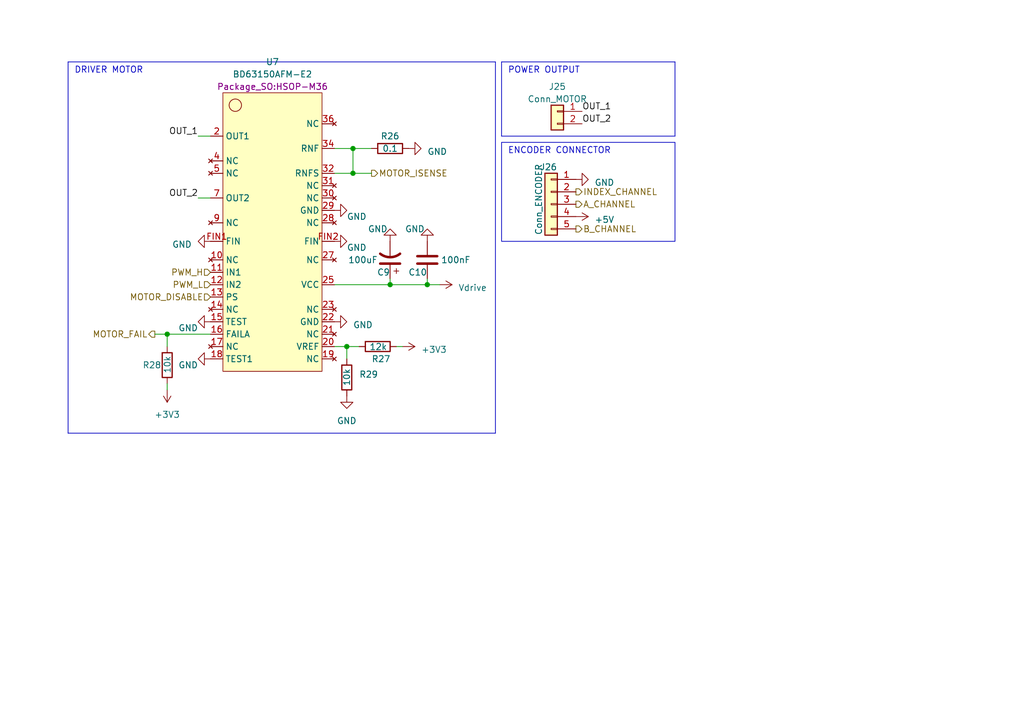
<source format=kicad_sch>
(kicad_sch (version 20221206) (generator eeschema)
  (paper "A5")
  (title_block (title "Motor Driver") (date "2023-01-23") (rev "v1.0"))
  (lib_symbols
    (symbol "Connector_Generic:Conn_01x02" (pin_names (offset 1.016) hide)
      (property "Reference" "J" (at 0 2.54 0))
      (property "Value" "Conn_01x02" (at 0 -5.08 0))
      (symbol "Conn_01x02_1_1"
        (rectangle (start -1.27 -2.413) (end 0 -2.667) (stroke (width 0.1524)))
        (rectangle (start -1.27 0.127) (end 0 -0.127) (stroke (width 0.1524)))
        (rectangle (start -1.27 1.27) (end 1.27 -3.81) (stroke (width 0.254)) (fill (type background)))
        (pin passive line (at -5.08 0 0) (length 3.81) (name "Pin_1") (number "1"))
        (pin passive line (at -5.08 -2.54 0) (length 3.81) (name "Pin_2") (number "2"))
      )
    )
    (symbol "Connector_Generic:Conn_01x05" (pin_names (offset 1.016) hide)
      (property "Reference" "J" (at 0 7.62 0))
      (property "Value" "Conn_01x05" (at 0 -7.62 0))
      (symbol "Conn_01x05_1_1"
        (rectangle (start -1.27 -4.953) (end 0 -5.207) (stroke (width 0.1524)))
        (rectangle (start -1.27 -2.413) (end 0 -2.667) (stroke (width 0.1524)))
        (rectangle (start -1.27 0.127) (end 0 -0.127) (stroke (width 0.1524)))
        (rectangle (start -1.27 2.667) (end 0 2.413) (stroke (width 0.1524)))
        (rectangle (start -1.27 5.207) (end 0 4.953) (stroke (width 0.1524)))
        (rectangle (start -1.27 6.35) (end 1.27 -6.35) (stroke (width 0.254)) (fill (type background)))
        (pin passive line (at -5.08 5.08 0) (length 3.81) (name "Pin_1") (number "1"))
        (pin passive line (at -5.08 2.54 0) (length 3.81) (name "Pin_2") (number "2"))
        (pin passive line (at -5.08 0 0) (length 3.81) (name "Pin_3") (number "3"))
        (pin passive line (at -5.08 -2.54 0) (length 3.81) (name "Pin_4") (number "4"))
        (pin passive line (at -5.08 -5.08 0) (length 3.81) (name "Pin_5") (number "5"))
      )
    )
    (symbol "Device:C" (pin_numbers hide) (pin_names (offset 0.254))
      (property "Reference" "C" (at 0.635 2.54 0))
      (property "Value" "C" (at 0.635 -2.54 0))
      (symbol "C_0_1"
        (polyline (pts (xy -2.032 -0.762) (xy 2.032 -0.762)) (stroke (width 0.508)))
        (polyline (pts (xy -2.032 0.762) (xy 2.032 0.762)) (stroke (width 0.508)))
      )
      (symbol "C_1_1"
        (pin passive line (at 0 3.81 270) (length 2.794) (name "~") (number "1"))
        (pin passive line (at 0 -3.81 90) (length 2.794) (name "~") (number "2"))
      )
    )
    (symbol "Device:C_Polarized_US" (pin_numbers hide) (pin_names (offset 0.254) hide)
      (property "Reference" "C" (at 0.635 2.54 0))
      (property "Value" "C_Polarized_US" (at 0.635 -2.54 0))
      (symbol "C_Polarized_US_0_1"
        (polyline (pts (xy -2.032 0.762) (xy 2.032 0.762)) (stroke (width 0.508)))
        (polyline (pts (xy -1.778 2.286) (xy -0.762 2.286)))
        (polyline (pts (xy -1.27 1.778) (xy -1.27 2.794)))
        (arc (start 2.032 -1.27) (mid 0 -0.5572) (end -2.032 -1.27) (stroke (width 0.508)))
      )
      (symbol "C_Polarized_US_1_1"
        (pin passive line (at 0 3.81 270) (length 2.794) (name "~") (number "1"))
        (pin passive line (at 0 -3.81 90) (length 3.302) (name "~") (number "2"))
      )
    )
    (symbol "Device:R" (pin_numbers hide) (pin_names (offset 0))
      (property "Reference" "R" (at 2.032 0 90))
      (property "Value" "R" (at 0 0 90))
      (symbol "R_0_1"
        (rectangle (start -1.016 -2.54) (end 1.016 2.54) (stroke (width 0.254)))
      )
      (symbol "R_1_1"
        (pin passive line (at 0 3.81 270) (length 1.27) (name "~") (number "1"))
        (pin passive line (at 0 -3.81 90) (length 1.27) (name "~") (number "2"))
      )
    )
    (symbol "Driver_Motor:BD63150AFM-E2"
      (property "Reference" "U" (at 0 0 0))
      (property "Value" "BD63150AFM-E2" (at -2.54 31.75 0))
      (property "Footprint" "Package_SO:HSOP-M36" (at 0 0 0))
      (symbol "BD63150AFM-E2_0_1"
        (rectangle (start -10.16 30.48) (end 10.16 -26.67) (fill (type background)))
        (circle (center -7.62 27.94) (radius 1.27))
      )
      (symbol "BD63150AFM-E2_1_1"
        (pin no_connect line (at -12.7 -3.81 0) (length 2.54) (name "NC") (number "10"))
        (pin input line (at -12.7 -6.35 0) (length 2.54) (name "IN1") (number "11"))
        (pin input line (at -12.7 -8.89 0) (length 2.54) (name "IN2") (number "12"))
        (pin input line (at -12.7 -11.43 0) (length 2.54) (name "PS") (number "13"))
        (pin no_connect line (at -12.7 -13.97 0) (length 2.54) (name "NC") (number "14"))
        (pin input line (at -12.7 -16.51 0) (length 2.54) (name "TEST") (number "15"))
        (pin input line (at -12.7 -19.05 0) (length 2.54) (name "FAILA") (number "16"))
        (pin no_connect line (at -12.7 -21.59 0) (length 2.54) (name "NC") (number "17"))
        (pin input line (at -12.7 -24.13 0) (length 2.54) (name "TEST1") (number "18"))
        (pin no_connect line (at 12.7 -24.13 180) (length 2.54) (name "NC") (number "19"))
        (pin power_out line (at -12.7 21.59 0) (length 2.54) (name "OUT1") (number "2"))
        (pin input line (at 12.7 -21.59 180) (length 2.54) (name "VREF") (number "20"))
        (pin no_connect line (at 12.7 -19.05 180) (length 2.54) (name "NC") (number "21"))
        (pin power_in line (at 12.7 -16.51 180) (length 2.54) (name "GND") (number "22"))
        (pin no_connect line (at 12.7 -13.97 180) (length 2.54) (name "NC") (number "23"))
        (pin power_in line (at 12.7 -8.89 180) (length 2.54) (name "VCC") (number "25"))
        (pin no_connect line (at 12.7 -3.81 180) (length 2.54) (name "NC") (number "27"))
        (pin no_connect line (at 12.7 3.81 180) (length 2.54) (name "NC") (number "28"))
        (pin power_in line (at 12.7 6.35 180) (length 2.54) (name "GND") (number "29"))
        (pin no_connect line (at 12.7 8.89 180) (length 2.54) (name "NC") (number "30"))
        (pin no_connect line (at 12.7 11.43 180) (length 2.54) (name "NC") (number "31"))
        (pin input line (at 12.7 13.97 180) (length 2.54) (name "RNFS") (number "32"))
        (pin input line (at 12.7 19.05 180) (length 2.54) (name "RNF") (number "34"))
        (pin no_connect line (at 12.7 24.13 180) (length 2.54) (name "NC") (number "36"))
        (pin no_connect line (at -12.7 16.51 0) (length 2.54) (name "NC") (number "4"))
        (pin no_connect line (at -12.7 13.97 0) (length 2.54) (name "NC") (number "5"))
        (pin power_out line (at -12.7 8.89 0) (length 2.54) (name "OUT2") (number "7"))
        (pin no_connect line (at -12.7 3.81 0) (length 2.54) (name "NC") (number "9"))
        (pin power_in line (at -12.7 0 0) (length 2.54) (name "FIN") (number "FIN1"))
        (pin power_in line (at 12.7 0 180) (length 2.54) (name "FIN") (number "FIN2"))
      )
    )
    (symbol "power:+3V3" (power) (pin_names (offset 0))
      (property "Value" "+3V3" (at 0 3.556 0))
      (symbol "+3V3_0_1"
        (polyline (pts (xy -0.762 1.27) (xy 0 2.54)))
        (polyline (pts (xy 0 0) (xy 0 2.54)))
        (polyline (pts (xy 0 2.54) (xy 0.762 1.27)))
      )
      (symbol "+3V3_1_1"
        (pin power_in line (at 0 0 90) (length 0) hide (name "+3V3") (number "1"))
      )
    )
    (symbol "power:+5V" (power) (pin_names (offset 0))
      (property "Value" "+5V" (at 0 3.556 0))
      (symbol "+5V_0_1"
        (polyline (pts (xy -0.762 1.27) (xy 0 2.54)))
        (polyline (pts (xy 0 0) (xy 0 2.54)))
        (polyline (pts (xy 0 2.54) (xy 0.762 1.27)))
      )
      (symbol "+5V_1_1"
        (pin power_in line (at 0 0 90) (length 0) hide (name "+5V") (number "1"))
      )
    )
    (symbol "power:GND" (power) (pin_names (offset 0))
      (property "Value" "GND" (at 0 -3.81 0))
      (symbol "GND_0_1"
        (polyline (pts (xy 0 0) (xy 0 -1.27) (xy 1.27 -1.27) (xy 0 -2.54) (xy -1.27 -1.27) (xy 0 -1.27)))
      )
      (symbol "GND_1_1"
        (pin power_in line (at 0 0 270) (length 0) hide (name "GND") (number "1"))
      )
    )
    (symbol "power:Vdrive" (power) (pin_names (offset 0))
      (property "Value" "Vdrive" (at 0 3.81 0))
      (symbol "Vdrive_0_1"
        (polyline (pts (xy -0.762 1.27) (xy 0 2.54)))
        (polyline (pts (xy 0 0) (xy 0 2.54)))
        (polyline (pts (xy 0 2.54) (xy 0.762 1.27)))
      )
      (symbol "Vdrive_1_1"
        (pin power_in line (at 0 0 90) (length 0) hide (name "Vdrive") (number "1"))
      )
    )
  )
  (junction (at 87.63 58.42))
  (junction (at 34.29 68.58))
  (junction (at 72.39 35.56))
  (junction (at 72.39 30.48))
  (junction (at 80.01 58.42))
  (junction (at 71.12 71.12))
  (polyline (pts (xy 102.87 12.7) (xy 138.43 12.7)))
  (wire (pts (xy 68.58 58.42) (xy 80.01 58.42)))
  (wire (pts (xy 71.12 73.66) (xy 71.12 71.12)))
  (polyline (pts (xy 101.6 12.7) (xy 101.6 88.9)))
  (wire (pts (xy 34.29 68.58) (xy 34.29 71.12)))
  (polyline (pts (xy 138.43 27.94) (xy 102.87 27.94)))
  (wire (pts (xy 31.75 68.58) (xy 34.29 68.58)))
  (wire (pts (xy 68.58 35.56) (xy 72.39 35.56)))
  (wire (pts (xy 87.63 57.15) (xy 87.63 58.42)))
  (wire (pts (xy 71.12 71.12) (xy 73.66 71.12)))
  (wire (pts (xy 80.01 57.15) (xy 80.01 58.42)))
  (polyline (pts (xy 13.97 12.7) (xy 13.97 88.9)))
  (wire (pts (xy 72.39 35.56) (xy 76.2 35.56)))
  (wire (pts (xy 40.64 27.94) (xy 43.18 27.94)))
  (wire (pts (xy 87.63 58.42) (xy 90.17 58.42)))
  (wire (pts (xy 68.58 71.12) (xy 71.12 71.12)))
  (polyline (pts (xy 102.87 12.7) (xy 102.87 27.94)))
  (wire (pts (xy 34.29 68.58) (xy 43.18 68.58)))
  (polyline (pts (xy 138.43 12.7) (xy 138.43 27.94)))
  (wire (pts (xy 34.29 80.01) (xy 34.29 78.74)))
  (wire (pts (xy 72.39 30.48) (xy 76.2 30.48)))
  (wire (pts (xy 40.64 40.64) (xy 43.18 40.64)))
  (wire (pts (xy 68.58 30.48) (xy 72.39 30.48)))
  (wire (pts (xy 72.39 30.48) (xy 72.39 35.56)))
  (wire (pts (xy 80.01 58.42) (xy 87.63 58.42)))
  (polyline (pts (xy 13.97 12.7) (xy 101.6 12.7)))
  (wire (pts (xy 82.55 71.12) (xy 81.28 71.12)))
  (polyline (pts (xy 101.6 88.9) (xy 13.97 88.9)))
  (rectangle (start 102.87 29.21) (end 138.43 49.53))
  (text "ENCODER CONNECTOR" (at 104.14 31.75 0) (effects (font (size 1.27 1.27)) (justify left bottom)))
  (text "POWER OUTPUT" (at 104.14 15.24 0) (effects (font (size 1.27 1.27)) (justify left bottom)))
  (text "DRIVER MOTOR" (at 15.24 15.24 0) (effects (font (size 1.27 1.27)) (justify left bottom)))
  (label "OUT_1" (at 119.38 22.86 0))
  (label "OUT_1" (at 40.64 27.94 180))
  (label "OUT_2" (at 119.38 25.4 0))
  (label "OUT_2" (at 40.64 40.64 180))
  (hierarchical_label "PWM_H" (shape input) (at 43.18 55.88 180))
  (hierarchical_label "MOTOR_DISABLE" (shape input) (at 43.18 60.96 180))
  (hierarchical_label "PWM_L" (shape input) (at 43.18 58.42 180))
  (hierarchical_label "A_CHANNEL" (shape output) (at 118.11 41.91 0))
  (hierarchical_label "INDEX_CHANNEL" (shape output) (at 118.11 39.37 0))
  (hierarchical_label "MOTOR_ISENSE" (shape output) (at 76.2 35.56 0))
  (hierarchical_label "MOTOR_FAIL" (shape output) (at 31.75 68.58 180))
  (hierarchical_label "B_CHANNEL" (shape output) (at 118.11 46.99 0))
  (symbol (lib_id "power:+3V3") (at 34.29 80.01 180) (unit 1)
    (property "Reference" "#PWR0210" (effects hide))
    (property "Value" "+3V3" (at 34.29 85.09 0))
    (instances (project "Robot" (path "" (reference "#PWR0210") (unit 1)) (path "" (reference "#PWR0220") (unit 1)) (path "" (reference "#PWR0239") (unit 1)) (path "" (reference "#PWR0248") (unit 1))))
  )
  (symbol (lib_id "power:+3V3") (at 82.55 71.12 270) (unit 1)
    (property "Reference" "#PWR0156" (effects hide))
    (property "Value" "+3V3" (at 86.36 71.755 90) (effects (justify left)))
    (instances (project "Robot" (path "" (reference "#PWR0156") (unit 1)) (path "" (reference "#PWR0119") (unit 1)) (path "" (reference "#PWR0137") (unit 1)) (path "" (reference "#PWR0138") (unit 1))))
  )
  (symbol (lib_id "Device:C") (at 87.63 53.34 180) (unit 1)
    (property "Reference" "C10" (at 87.63 55.88 0) (effects (justify left)))
    (property "Value" "100nF" (at 96.52 53.34 0) (effects (justify left)))
    (property "Footprint" "Capacitor_SMD:C_0805_2012Metric_Pad1.18x1.45mm_HandSolder" (effects hide))
    (instances (project "Robot" (path "" (reference "C10") (unit 1)) (path "" (reference "C12") (unit 1)) (path "" (reference "C14") (unit 1)) (path "" (reference "C16") (unit 1))))
  )
  (symbol (lib_id "power:GND") (at 80.01 49.53 180) (unit 1)
    (property "Reference" "#PWR0209" (effects hide))
    (property "Value" "GND" (at 77.47 46.99 0))
    (instances (project "Robot" (path "" (reference "#PWR0209") (unit 1)) (path "" (reference "#PWR0228") (unit 1)) (path "" (reference "#PWR0247") (unit 1)) (path "" (reference "#PWR0285") (unit 1))))
  )
  (symbol (lib_id "Device:R") (at 77.47 71.12 270) (unit 1)
    (property "Reference" "R27" (at 76.2 73.66 90) (effects (justify left)))
    (property "Value" "12k" (at 75.7428 71.1708 90) (effects (justify left)))
    (property "Footprint" "Resistor_SMD:R_0805_2012Metric_Pad1.20x1.40mm_HandSolder" (effects hide))
    (instances (project "Robot" (path "" (reference "R27") (unit 1)) (path "" (reference "R31") (unit 1)) (path "" (reference "R35") (unit 1)) (path "" (reference "R39") (unit 1))))
  )
  (symbol (lib_id "Connector_Generic:Conn_01x02") (at 114.3 22.86 0) (mirror y) (unit 1)
    (property "Reference" "J25" (at 114.3 17.78 0))
    (property "Value" "Conn_MOTOR" (at 114.3 20.32 0))
    (property "Footprint" "Connector_JST:JST_VH_B2P-VH-B_1x02_P3.96mm_Vertical" (effects hide))
    (instances (project "Robot" (path "" (reference "J25") (unit 1)) (path "" (reference "J27") (unit 1)) (path "" (reference "J29") (unit 1)) (path "" (reference "J31") (unit 1))))
  )
  (symbol (lib_id "power:Vdrive") (at 90.17 58.42 270) (unit 1)
    (property "Reference" "#PWR0213" (effects hide))
    (property "Value" "Vdrive" (at 93.98 59.055 90) (effects (justify left)))
    (instances (project "Robot" (path "" (reference "#PWR0213") (unit 1)) (path "" (reference "#PWR0232") (unit 1)) (path "" (reference "#PWR0251") (unit 1)) (path "" (reference "#PWR0289") (unit 1))))
  )
  (symbol (lib_id "Device:R") (at 34.29 74.93 0) (unit 1)
    (property "Reference" "R28" (at 29.21 74.93 0) (effects (justify left)))
    (property "Value" "10k" (at 34.3408 76.6572 90) (effects (justify left)))
    (property "Footprint" "Resistor_SMD:R_0805_2012Metric_Pad1.20x1.40mm_HandSolder" (effects hide))
    (instances (project "Robot" (path "" (reference "R28") (unit 1)) (path "" (reference "R32") (unit 1)) (path "" (reference "R36") (unit 1)) (path "" (reference "R40") (unit 1))))
  )
  (symbol (lib_id "power:GND") (at 68.58 66.04 90) (unit 1)
    (property "Reference" "#PWR0207" (effects hide))
    (property "Value" "GND" (at 72.39 66.675 90) (effects (justify right)))
    (instances (project "Robot" (path "" (reference "#PWR0207") (unit 1)) (path "" (reference "#PWR0226") (unit 1)) (path "" (reference "#PWR0245") (unit 1)) (path "" (reference "#PWR0283") (unit 1))))
  )
  (symbol (lib_id "power:GND") (at 71.12 81.28 0) (unit 1)
    (property "Reference" "#PWR0208" (effects hide))
    (property "Value" "GND" (at 71.12 86.36 0))
    (instances (project "Robot" (path "" (reference "#PWR0208") (unit 1)) (path "" (reference "#PWR0227") (unit 1)) (path "" (reference "#PWR0246") (unit 1)) (path "" (reference "#PWR0284") (unit 1))))
  )
  (symbol (lib_id "Device:R") (at 71.12 77.47 0) (unit 1)
    (property "Reference" "R29" (at 73.66 76.835 0) (effects (justify left)))
    (property "Value" "10k" (at 71.12 79.248 90) (effects (justify left)))
    (property "Footprint" "Resistor_SMD:R_0805_2012Metric_Pad1.20x1.40mm_HandSolder" (effects hide))
    (instances (project "Robot" (path "" (reference "R29") (unit 1)) (path "" (reference "R33") (unit 1)) (path "" (reference "R37") (unit 1)) (path "" (reference "R41") (unit 1))))
  )
  (symbol (lib_id "power:GND") (at 43.18 66.04 270) (unit 1)
    (property "Reference" "#PWR0159" (effects hide))
    (property "Value" "GND" (at 40.64 67.31 90) (effects (justify right)))
    (instances (project "Robot" (path "" (reference "#PWR0159") (unit 1)) (path "" (reference "#PWR0222") (unit 1)) (path "" (reference "#PWR0241") (unit 1)) (path "" (reference "#PWR0279") (unit 1))))
  )
  (symbol (lib_id "Device:R") (at 80.01 30.48 90) (unit 1)
    (property "Reference" "R26" (at 80.01 27.94 90))
    (property "Value" "0.1" (at 80.01 30.48 90))
    (property "Footprint" "Resistor_SMD:R_2512_6332Metric_Pad1.40x3.35mm_HandSolder" (effects hide))
    (instances (project "Robot" (path "" (reference "R26") (unit 1)) (path "" (reference "R30") (unit 1)) (path "" (reference "R34") (unit 1)) (path "" (reference "R38") (unit 1))))
  )
  (symbol (lib_id "Driver_Motor:BD63150AFM-E2") (at 55.88 49.53 0) (unit 1)
    (property "Reference" "U7" (at 55.88 12.7 0))
    (property "Value" "BD63150AFM-E2" (at 55.88 15.24 0))
    (property "Footprint" "Package_SO:HSOP-M36" (at 55.88 17.78 0))
    (property "Datasheet" "https://eu.mouser.com/datasheet/2/348/bd63150afm-e-1873934.pdf" (effects hide))
    (instances (project "Robot" (path "" (reference "U7") (unit 1)) (path "" (reference "U8") (unit 1)) (path "" (reference "U9") (unit 1)) (path "" (reference "U10") (unit 1))))
  )
  (symbol (lib_id "power:GND") (at 83.82 30.48 90) (unit 1)
    (property "Reference" "#PWR0211" (effects hide))
    (property "Value" "GND" (at 87.63 31.115 90) (effects (justify right)))
    (instances (project "Robot" (path "" (reference "#PWR0211") (unit 1)) (path "" (reference "#PWR0230") (unit 1)) (path "" (reference "#PWR0249") (unit 1)) (path "" (reference "#PWR0287") (unit 1))))
  )
  (symbol (lib_id "power:GND") (at 118.11 36.83 90) (unit 1)
    (property "Reference" "#PWR0214" (effects hide))
    (property "Value" "GND" (at 121.92 37.465 90) (effects (justify right)))
    (instances (project "Robot" (path "" (reference "#PWR0214") (unit 1)) (path "" (reference "#PWR0233") (unit 1)) (path "" (reference "#PWR0252") (unit 1)) (path "" (reference "#PWR0290") (unit 1))))
  )
  (symbol (lib_id "Device:C_Polarized_US") (at 80.01 53.34 180) (unit 1)
    (property "Reference" "C9" (at 80.01 55.88 0) (effects (justify left)))
    (property "Value" "100uF" (at 77.47 53.34 0) (effects (justify left)))
    (property "Footprint" "Capacitor_THT:CP_Radial_D8.0mm_P3.50mm" (effects hide))
    (instances (project "Robot" (path "" (reference "C9") (unit 1)) (path "" (reference "C11") (unit 1)) (path "" (reference "C13") (unit 1)) (path "" (reference "C15") (unit 1))))
  )
  (symbol (lib_id "power:GND") (at 68.58 49.53 90) (unit 1)
    (property "Reference" "#PWR0206" (effects hide))
    (property "Value" "GND" (at 71.12 50.8 90) (effects (justify right)))
    (instances (project "Robot" (path "" (reference "#PWR0206") (unit 1)) (path "" (reference "#PWR0225") (unit 1)) (path "" (reference "#PWR0244") (unit 1)) (path "" (reference "#PWR0282") (unit 1))))
  )
  (symbol (lib_id "power:GND") (at 87.63 49.53 180) (unit 1)
    (property "Reference" "#PWR0212" (effects hide))
    (property "Value" "GND" (at 85.09 46.99 0))
    (instances (project "Robot" (path "" (reference "#PWR0212") (unit 1)) (path "" (reference "#PWR0231") (unit 1)) (path "" (reference "#PWR0250") (unit 1)) (path "" (reference "#PWR0288") (unit 1))))
  )
  (symbol (lib_id "Connector_Generic:Conn_01x05") (at 113.03 41.91 0) (mirror y) (unit 1)
    (property "Reference" "J26" (at 114.3 34.29 0) (effects (justify left)))
    (property "Value" "Conn_ENCODER" (at 110.49 48.26 90) (effects (justify left)))
    (property "Footprint" "Connector_JST:JST_XH_B5B-XH-A_1x05_P2.50mm_Vertical" (effects hide))
    (instances (project "Robot" (path "" (reference "J26") (unit 1)) (path "" (reference "J28") (unit 1)) (path "" (reference "J30") (unit 1)) (path "" (reference "J32") (unit 1))))
  )
  (symbol (lib_id "power:GND") (at 43.18 73.66 270) (unit 1)
    (property "Reference" "#PWR0163" (effects hide))
    (property "Value" "GND" (at 40.64 74.93 90) (effects (justify right)))
    (instances (project "Robot" (path "" (reference "#PWR0163") (unit 1)) (path "" (reference "#PWR0223") (unit 1)) (path "" (reference "#PWR0242") (unit 1)) (path "" (reference "#PWR0280") (unit 1))))
  )
  (symbol (lib_id "power:GND") (at 43.18 49.53 270) (unit 1)
    (property "Reference" "#PWR0158" (effects hide))
    (property "Value" "GND" (at 39.37 50.165 90) (effects (justify right)))
    (instances (project "Robot" (path "" (reference "#PWR0158") (unit 1)) (path "" (reference "#PWR0221") (unit 1)) (path "" (reference "#PWR0240") (unit 1)) (path "" (reference "#PWR0278") (unit 1))))
  )
  (symbol (lib_id "power:GND") (at 68.58 43.18 90) (unit 1)
    (property "Reference" "#PWR0205" (effects hide))
    (property "Value" "GND" (at 71.12 44.45 90) (effects (justify right)))
    (instances (project "Robot" (path "" (reference "#PWR0205") (unit 1)) (path "" (reference "#PWR0224") (unit 1)) (path "" (reference "#PWR0243") (unit 1)) (path "" (reference "#PWR0281") (unit 1))))
  )
  (symbol (lib_id "power:+5V") (at 118.11 44.45 270) (unit 1)
    (property "Reference" "#PWR0215" (effects hide))
    (property "Value" "+5V" (at 121.92 45.085 90) (effects (justify left)))
    (instances (project "Robot" (path "" (reference "#PWR0215") (unit 1)) (path "" (reference "#PWR0234") (unit 1)) (path "" (reference "#PWR0253") (unit 1)) (path "" (reference "#PWR0291") (unit 1))))
  )
)
</source>
